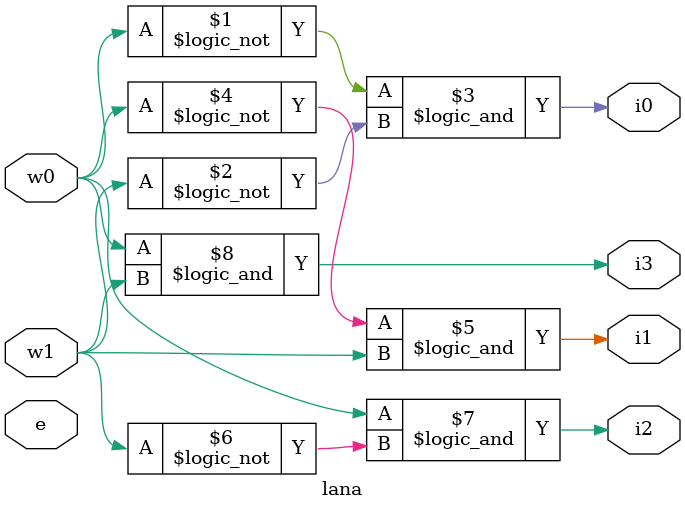
<source format=v>
module lana ( w0, w1 , e , i0 , i1 , i2 , i3 );
input w0, w1 , e;
output i0 , i1 , i2 , i3 ;
assign i0 = !w0 && !w1;
assign i1 = !w0 && w1 ;
assign i2 = w0 && !w1;
assign i3 = w0 && w1;
endmodule 
</source>
